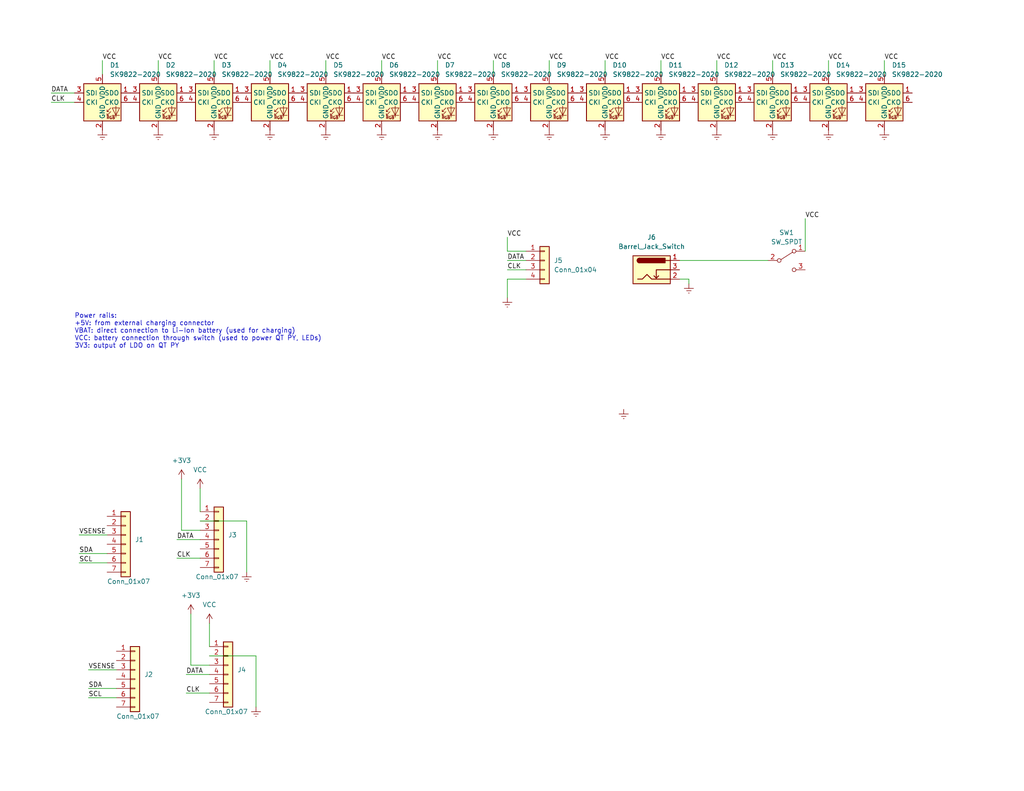
<source format=kicad_sch>
(kicad_sch (version 20211123) (generator eeschema)
  (paper "USLetter")
  (lib_symbols
    (symbol "Connector:Barrel_Jack_Switch" (pin_names hide)
      (property "Reference" "J" (at 0 5.334 0))
      (property "Value" "Barrel_Jack_Switch" (at 0 -5.08 0))
      (symbol "Barrel_Jack_Switch_0_1"
        (rectangle (start -5.08 3.81) (end 5.08 -3.81) (stroke (width 0.254)) (fill (type background)))
        (arc (start -3.302 3.175) (mid -3.937 2.54) (end -3.302 1.905) (stroke (width 0.254)))
        (arc (start -3.302 3.175) (mid -3.937 2.54) (end -3.302 1.905) (stroke (width 0.254)) (fill (type outline)))
        (polyline (pts (xy 1.27 -2.286) (xy 1.905 -1.651)) (stroke (width 0.254)))
        (polyline (pts (xy 5.08 2.54) (xy 3.81 2.54)) (stroke (width 0.254)))
        (polyline (pts (xy 5.08 0) (xy 1.27 0) (xy 1.27 -2.286) (xy 0.635 -1.651)) (stroke (width 0.254)))
        (polyline (pts (xy -3.81 -2.54) (xy -2.54 -2.54) (xy -1.27 -1.27) (xy 0 -2.54) (xy 2.54 -2.54) (xy 5.08 -2.54)) (stroke (width 0.254)))
        (rectangle (start 3.683 3.175) (end -3.302 1.905) (stroke (width 0.254)) (fill (type outline)))
      )
      (symbol "Barrel_Jack_Switch_1_1"
        (pin passive line (at 7.62 2.54 180) (length 2.54) (name "~") (number "1"))
        (pin passive line (at 7.62 -2.54 180) (length 2.54) (name "~") (number "2"))
        (pin passive line (at 7.62 0 180) (length 2.54) (name "~") (number "3"))
      )
    )
    (symbol "Connector_Generic:Conn_01x04" (pin_names (offset 1.016) hide)
      (property "Reference" "J" (at 0 5.08 0))
      (property "Value" "Conn_01x04" (at 0 -7.62 0))
      (symbol "Conn_01x04_1_1"
        (rectangle (start -1.27 -4.953) (end 0 -5.207) (stroke (width 0.1524)))
        (rectangle (start -1.27 -2.413) (end 0 -2.667) (stroke (width 0.1524)))
        (rectangle (start -1.27 0.127) (end 0 -0.127) (stroke (width 0.1524)))
        (rectangle (start -1.27 2.667) (end 0 2.413) (stroke (width 0.1524)))
        (rectangle (start -1.27 3.81) (end 1.27 -6.35) (stroke (width 0.254)) (fill (type background)))
        (pin passive line (at -5.08 2.54 0) (length 3.81) (name "Pin_1") (number "1"))
        (pin passive line (at -5.08 0 0) (length 3.81) (name "Pin_2") (number "2"))
        (pin passive line (at -5.08 -2.54 0) (length 3.81) (name "Pin_3") (number "3"))
        (pin passive line (at -5.08 -5.08 0) (length 3.81) (name "Pin_4") (number "4"))
      )
    )
    (symbol "Connector_Generic:Conn_01x07" (pin_names (offset 1.016) hide)
      (property "Reference" "J" (at 0 10.16 0))
      (property "Value" "Conn_01x07" (at 0 -10.16 0))
      (symbol "Conn_01x07_1_1"
        (rectangle (start -1.27 -7.493) (end 0 -7.747) (stroke (width 0.1524)))
        (rectangle (start -1.27 -4.953) (end 0 -5.207) (stroke (width 0.1524)))
        (rectangle (start -1.27 -2.413) (end 0 -2.667) (stroke (width 0.1524)))
        (rectangle (start -1.27 0.127) (end 0 -0.127) (stroke (width 0.1524)))
        (rectangle (start -1.27 2.667) (end 0 2.413) (stroke (width 0.1524)))
        (rectangle (start -1.27 5.207) (end 0 4.953) (stroke (width 0.1524)))
        (rectangle (start -1.27 7.747) (end 0 7.493) (stroke (width 0.1524)))
        (rectangle (start -1.27 8.89) (end 1.27 -8.89) (stroke (width 0.254)) (fill (type background)))
        (pin passive line (at -5.08 7.62 0) (length 3.81) (name "Pin_1") (number "1"))
        (pin passive line (at -5.08 5.08 0) (length 3.81) (name "Pin_2") (number "2"))
        (pin passive line (at -5.08 2.54 0) (length 3.81) (name "Pin_3") (number "3"))
        (pin passive line (at -5.08 0 0) (length 3.81) (name "Pin_4") (number "4"))
        (pin passive line (at -5.08 -2.54 0) (length 3.81) (name "Pin_5") (number "5"))
        (pin passive line (at -5.08 -5.08 0) (length 3.81) (name "Pin_6") (number "6"))
        (pin passive line (at -5.08 -7.62 0) (length 3.81) (name "Pin_7") (number "7"))
      )
    )
    (symbol "Switch:SW_SPDT" (pin_names (offset 0) hide)
      (property "Reference" "SW" (at 0 4.318 0))
      (property "Value" "SW_SPDT" (at 0 -5.08 0))
      (symbol "SW_SPDT_0_0"
        (circle (center -2.032 0) (radius 0.508))
        (circle (center 2.032 -2.54) (radius 0.508))
      )
      (symbol "SW_SPDT_0_1"
        (polyline (pts (xy -1.524 0.254) (xy 1.651 2.286)))
        (circle (center 2.032 2.54) (radius 0.508))
      )
      (symbol "SW_SPDT_1_1"
        (pin passive line (at 5.08 2.54 180) (length 2.54) (name "A") (number "1"))
        (pin passive line (at -5.08 0 0) (length 2.54) (name "B") (number "2"))
        (pin passive line (at 5.08 -2.54 180) (length 2.54) (name "C") (number "3"))
      )
    )
    (symbol "power:+3V3" (power) (pin_names (offset 0))
      (property "Value" "+3V3" (at 0 3.556 0))
      (symbol "+3V3_0_1"
        (polyline (pts (xy -0.762 1.27) (xy 0 2.54)))
        (polyline (pts (xy 0 0) (xy 0 2.54)))
        (polyline (pts (xy 0 2.54) (xy 0.762 1.27)))
      )
      (symbol "+3V3_1_1"
        (pin power_in line (at 0 0 90) (length 0) hide (name "+3V3") (number "1"))
      )
    )
    (symbol "power:GNDREF" (power) (pin_names (offset 0))
      (property "Value" "GNDREF" (at 0 -3.81 0))
      (symbol "GNDREF_0_1"
        (polyline (pts (xy -0.635 -1.905) (xy 0.635 -1.905)))
        (polyline (pts (xy -0.127 -2.54) (xy 0.127 -2.54)))
        (polyline (pts (xy 0 -1.27) (xy 0 0)))
        (polyline (pts (xy 1.27 -1.27) (xy -1.27 -1.27)))
      )
      (symbol "GNDREF_1_1"
        (pin power_in line (at 0 0 270) (length 0) hide (name "GNDREF") (number "1"))
      )
    )
    (symbol "power:VCC" (power) (pin_names (offset 0))
      (property "Value" "VCC" (at 0 3.81 0))
      (symbol "VCC_0_1"
        (polyline (pts (xy -0.762 1.27) (xy 0 2.54)))
        (polyline (pts (xy 0 0) (xy 0 2.54)))
        (polyline (pts (xy 0 2.54) (xy 0.762 1.27)))
      )
      (symbol "VCC_1_1"
        (pin power_in line (at 0 0 90) (length 0) hide (name "VCC") (number "1"))
      )
    )
    (symbol "shurik-personal:SK9822-2020"
      (property "Reference" "D" (at 5.08 5.715 0))
      (property "Value" "SK9822-2020" (at 1.27 -5.715 0))
      (symbol "SK9822-2020_0_0"
        (text "RGB" (at 2.286 -4.191 0) (effects (font (size 0.762 0.762))))
      )
      (symbol "SK9822-2020_0_1"
        (polyline (pts (xy 1.27 -3.556) (xy 1.778 -3.556)))
        (polyline (pts (xy 1.27 -2.54) (xy 1.778 -2.54)))
        (polyline (pts (xy 4.699 -3.556) (xy 2.667 -3.556)))
        (polyline (pts (xy 2.286 -2.54) (xy 1.27 -3.556) (xy 1.27 -3.048)))
        (polyline (pts (xy 2.286 -1.524) (xy 1.27 -2.54) (xy 1.27 -2.032)))
        (polyline (pts (xy 3.683 -1.016) (xy 3.683 -3.556) (xy 3.683 -4.064)))
        (polyline (pts (xy 4.699 -1.524) (xy 2.667 -1.524) (xy 3.683 -3.556) (xy 4.699 -1.524)))
        (rectangle (start 5.08 5.08) (end -5.08 -5.08) (stroke (width 0.254)) (fill (type background)))
      )
      (symbol "SK9822-2020_1_1"
        (pin output line (at 7.62 2.54 180) (length 2.54) (name "SDO") (number "1"))
        (pin power_in line (at 0 -7.62 90) (length 2.54) (name "GND") (number "2"))
        (pin input line (at -7.62 2.54 0) (length 2.54) (name "SDI") (number "3"))
        (pin input line (at -7.62 0 0) (length 2.54) (name "CKI") (number "4"))
        (pin power_in line (at 0 7.62 270) (length 2.54) (name "VDD") (number "5"))
        (pin output line (at 7.62 0 180) (length 2.54) (name "CKO") (number "6"))
      )
    )
  )
  (wire (pts (xy 88.9 16.51) (xy 88.9 20.32)))
  (wire (pts (xy 24.13 190.5) (xy 31.75 190.5)))
  (wire (pts (xy 48.26 147.32) (xy 54.61 147.32)))
  (wire (pts (xy 134.62 16.51) (xy 134.62 20.32)))
  (wire (pts (xy 195.58 16.51) (xy 195.58 20.32)))
  (wire (pts (xy 50.8 184.15) (xy 57.15 184.15)))
  (wire (pts (xy 21.59 153.67) (xy 29.21 153.67)))
  (wire (pts (xy 24.13 187.96) (xy 31.75 187.96)))
  (wire (pts (xy 50.8 189.23) (xy 57.15 189.23)))
  (wire (pts (xy 54.61 133.35) (xy 54.61 139.7)))
  (wire (pts (xy 57.15 170.18) (xy 57.15 176.53)))
  (wire (pts (xy 27.94 16.51) (xy 27.94 20.32)))
  (wire (pts (xy 58.42 16.51) (xy 58.42 20.32)))
  (wire (pts (xy 219.71 59.69) (xy 219.71 68.58)))
  (wire (pts (xy 13.97 25.4) (xy 20.32 25.4)))
  (wire (pts (xy 21.59 151.13) (xy 29.21 151.13)))
  (wire (pts (xy 180.34 16.51) (xy 180.34 20.32)))
  (wire (pts (xy 49.53 130.81) (xy 49.53 144.78)))
  (wire (pts (xy 226.06 16.51) (xy 226.06 20.32)))
  (wire (pts (xy 143.51 76.2) (xy 138.43 76.2)))
  (wire (pts (xy 185.42 76.2) (xy 187.96 76.2)))
  (wire (pts (xy 138.43 64.77) (xy 138.43 68.58)))
  (wire (pts (xy 138.43 71.12) (xy 143.51 71.12)))
  (wire (pts (xy 138.43 76.2) (xy 138.43 81.28)))
  (wire (pts (xy 104.14 16.51) (xy 104.14 20.32)))
  (wire (pts (xy 29.21 146.05) (xy 21.59 146.05)))
  (wire (pts (xy 143.51 68.58) (xy 138.43 68.58)))
  (wire (pts (xy 13.97 27.94) (xy 20.32 27.94)))
  (wire (pts (xy 57.15 179.07) (xy 69.85 179.07)))
  (wire (pts (xy 52.07 167.64) (xy 52.07 181.61)))
  (wire (pts (xy 73.66 16.51) (xy 73.66 20.32)))
  (wire (pts (xy 69.85 179.07) (xy 69.85 193.04)))
  (wire (pts (xy 67.31 142.24) (xy 67.31 156.21)))
  (wire (pts (xy 48.26 152.4) (xy 54.61 152.4)))
  (wire (pts (xy 149.86 16.51) (xy 149.86 20.32)))
  (wire (pts (xy 31.75 182.88) (xy 24.13 182.88)))
  (wire (pts (xy 165.1 16.51) (xy 165.1 20.32)))
  (wire (pts (xy 119.38 16.51) (xy 119.38 20.32)))
  (wire (pts (xy 185.42 71.12) (xy 209.55 71.12)))
  (wire (pts (xy 241.3 16.51) (xy 241.3 20.32)))
  (wire (pts (xy 57.15 181.61) (xy 52.07 181.61)))
  (wire (pts (xy 43.18 16.51) (xy 43.18 20.32)))
  (wire (pts (xy 54.61 144.78) (xy 49.53 144.78)))
  (wire (pts (xy 54.61 142.24) (xy 67.31 142.24)))
  (wire (pts (xy 138.43 73.66) (xy 143.51 73.66)))
  (wire (pts (xy 210.82 16.51) (xy 210.82 20.32)))
  (wire (pts (xy 187.96 76.2) (xy 187.96 77.47)))
  (text "Power rails:\n+5V: from external charging connector\nVBAT: direct connection to Li-Ion battery (used for charging)\nVCC: battery connection through switch (used to power QT PY, LEDs)\n3V3: output of LDO on QT PY" (at 20.32 95.25 0) (effects (font (size 1.27 1.27)) (justify left bottom)))
  (label "VCC" (at 119.38 16.51 0))
  (label "VSENSE" (at 24.13 182.88 0))
  (label "VCC" (at 195.58 16.51 0))
  (label "VCC" (at 88.9 16.51 0))
  (label "VCC" (at 104.14 16.51 0))
  (label "DATA" (at 13.97 25.4 0))
  (label "VCC" (at 241.3 16.51 0))
  (label "VCC" (at 58.42 16.51 0))
  (label "VCC" (at 134.62 16.51 0))
  (label "VCC" (at 73.66 16.51 0))
  (label "CLK" (at 48.26 152.4 0))
  (label "DATA" (at 48.26 147.32 0))
  (label "CLK" (at 138.43 73.66 0))
  (label "VCC" (at 149.86 16.51 0))
  (label "VCC" (at 138.43 64.77 0))
  (label "DATA" (at 138.43 71.12 0))
  (label "VCC" (at 165.1 16.51 0))
  (label "VSENSE" (at 21.59 146.05 0))
  (label "VCC" (at 43.18 16.51 0))
  (label "SCL" (at 21.59 153.67 0))
  (label "CLK" (at 50.8 189.23 0))
  (label "SDA" (at 21.59 151.13 0))
  (label "CLK" (at 13.97 27.94 0))
  (label "DATA" (at 50.8 184.15 0))
  (label "SCL" (at 24.13 190.5 0))
  (label "VCC" (at 226.06 16.51 0))
  (label "VCC" (at 27.94 16.51 0))
  (label "VCC" (at 210.82 16.51 0))
  (label "SDA" (at 24.13 187.96 0))
  (label "VCC" (at 180.34 16.51 0))
  (label "VCC" (at 219.71 59.69 0))
  (symbol (lib_id "power:GNDREF") (at 165.1 35.56 0) (unit 1)
    (property "Reference" "#PWR016" (effects hide))
    (property "Value" "GNDREF" (effects hide))
  )
  (symbol (lib_id "shurik-personal:SK9822-2020") (at 134.62 27.94 0) (unit 1)
    (property "Reference" "D8" (at 136.6394 17.78 0) (effects (justify left)))
    (property "Value" "SK9822-2020" (at 136.6394 20.32 0) (effects (justify left)))
    (property "Footprint" "Shurik:LED-SK9822-2020" (effects hide))
    (property "Datasheet" "https://datasheet.lcsc.com/lcsc/2110250930_OPSCO-Optoelectronics-SK9822-EC20_C2909059.pdf" (effects hide))
  )
  (symbol (lib_id "Connector:Barrel_Jack_Switch") (at 177.8 73.66 0) (unit 1)
    (property "Reference" "J6" (at 177.8 64.77 0))
    (property "Value" "Barrel_Jack_Switch" (at 177.8 67.31 0))
    (property "Footprint" "Connector_BarrelJack:BarrelJack_GCT_DCJ200-10-A_Horizontal" (effects hide))
  )
  (symbol (lib_id "power:GNDREF") (at 187.96 77.47 0) (unit 1)
    (property "Reference" "#PWR019" (effects hide))
    (property "Value" "GNDREF" (effects hide))
  )
  (symbol (lib_id "power:GNDREF") (at 149.86 35.56 0) (unit 1)
    (property "Reference" "#PWR015" (effects hide))
    (property "Value" "GNDREF" (effects hide))
  )
  (symbol (lib_id "power:GNDREF") (at 180.34 35.56 0) (unit 1)
    (property "Reference" "#PWR018" (effects hide))
    (property "Value" "GNDREF" (effects hide))
  )
  (symbol (lib_id "Connector_Generic:Conn_01x07") (at 34.29 148.59 0) (unit 1)
    (property "Reference" "J1" (at 36.83 147.3199 0) (effects (justify left)))
    (property "Value" "Conn_01x07" (at 29.21 158.75 0) (effects (justify left)))
    (property "Footprint" "shurik-personal:PogoPinHeader_1x07_P2.54mm_Vertical" (effects hide))
  )
  (symbol (lib_id "Switch:SW_SPDT") (at 214.63 71.12 0) (unit 1)
    (property "Reference" "SW1" (at 214.63 63.5 0))
    (property "Value" "SW_SPDT" (at 214.63 66.04 0))
    (property "Footprint" "Shurik:SW_XKB_SS12D10L3" (effects hide))
  )
  (symbol (lib_id "power:+3V3") (at 49.53 130.81 0) (unit 1)
    (property "Reference" "#PWR03" (effects hide))
    (property "Value" "+3V3" (at 49.53 125.73 0))
  )
  (symbol (lib_id "shurik-personal:SK9822-2020") (at 119.38 27.94 0) (unit 1)
    (property "Reference" "D7" (at 121.3994 17.78 0) (effects (justify left)))
    (property "Value" "SK9822-2020" (at 121.3994 20.32 0) (effects (justify left)))
    (property "Footprint" "Shurik:LED-SK9822-2020" (effects hide))
    (property "Datasheet" "https://datasheet.lcsc.com/lcsc/2110250930_OPSCO-Optoelectronics-SK9822-EC20_C2909059.pdf" (effects hide))
  )
  (symbol (lib_id "power:GNDREF") (at 73.66 35.56 0) (unit 1)
    (property "Reference" "#PWR010" (effects hide))
    (property "Value" "GNDREF" (effects hide))
  )
  (symbol (lib_id "power:VCC") (at 54.61 133.35 0) (unit 1)
    (property "Reference" "#PWR05" (effects hide))
    (property "Value" "VCC" (at 54.61 128.27 0))
  )
  (symbol (lib_id "shurik-personal:SK9822-2020") (at 195.58 27.94 0) (unit 1)
    (property "Reference" "D12" (at 197.5994 17.78 0) (effects (justify left)))
    (property "Value" "SK9822-2020" (at 197.5994 20.32 0) (effects (justify left)))
    (property "Footprint" "Shurik:LED-SK9822-2020" (effects hide))
    (property "Datasheet" "https://datasheet.lcsc.com/lcsc/2110250930_OPSCO-Optoelectronics-SK9822-EC20_C2909059.pdf" (effects hide))
  )
  (symbol (lib_id "power:GNDREF") (at 88.9 35.56 0) (unit 1)
    (property "Reference" "#PWR011" (effects hide))
    (property "Value" "GNDREF" (effects hide))
  )
  (symbol (lib_id "power:VCC") (at 57.15 170.18 0) (unit 1)
    (property "Reference" "#PWR06" (effects hide))
    (property "Value" "VCC" (at 57.15 165.1 0))
  )
  (symbol (lib_id "shurik-personal:SK9822-2020") (at 226.06 27.94 0) (unit 1)
    (property "Reference" "D14" (at 228.0794 17.78 0) (effects (justify left)))
    (property "Value" "SK9822-2020" (at 228.0794 20.32 0) (effects (justify left)))
    (property "Footprint" "Shurik:LED-SK9822-2020" (effects hide))
    (property "Datasheet" "https://datasheet.lcsc.com/lcsc/2110250930_OPSCO-Optoelectronics-SK9822-EC20_C2909059.pdf" (effects hide))
  )
  (symbol (lib_id "shurik-personal:SK9822-2020") (at 88.9 27.94 0) (unit 1)
    (property "Reference" "D5" (at 90.9194 17.78 0) (effects (justify left)))
    (property "Value" "SK9822-2020" (at 90.9194 20.32 0) (effects (justify left)))
    (property "Footprint" "Shurik:LED-SK9822-2020" (effects hide))
    (property "Datasheet" "https://datasheet.lcsc.com/lcsc/2110250930_OPSCO-Optoelectronics-SK9822-EC20_C2909059.pdf" (effects hide))
  )
  (symbol (lib_id "power:GNDREF") (at 58.42 35.56 0) (unit 1)
    (property "Reference" "#PWR07" (effects hide))
    (property "Value" "GNDREF" (effects hide))
  )
  (symbol (lib_id "power:GNDREF") (at 210.82 35.56 0) (unit 1)
    (property "Reference" "#PWR021" (effects hide))
    (property "Value" "GNDREF" (effects hide))
  )
  (symbol (lib_id "shurik-personal:SK9822-2020") (at 73.66 27.94 0) (unit 1)
    (property "Reference" "D4" (at 75.6794 17.78 0) (effects (justify left)))
    (property "Value" "SK9822-2020" (at 75.6794 20.32 0) (effects (justify left)))
    (property "Footprint" "Shurik:LED-SK9822-2020" (effects hide))
    (property "Datasheet" "https://datasheet.lcsc.com/lcsc/2110250930_OPSCO-Optoelectronics-SK9822-EC20_C2909059.pdf" (effects hide))
  )
  (symbol (lib_id "power:GNDREF") (at 134.62 35.56 0) (unit 1)
    (property "Reference" "#PWR014" (effects hide))
    (property "Value" "GNDREF" (effects hide))
  )
  (symbol (lib_id "power:GNDREF") (at 119.38 35.56 0) (unit 1)
    (property "Reference" "#PWR013" (effects hide))
    (property "Value" "GNDREF" (effects hide))
  )
  (symbol (lib_id "power:GNDREF") (at 195.58 35.56 0) (unit 1)
    (property "Reference" "#PWR020" (effects hide))
    (property "Value" "GNDREF" (effects hide))
  )
  (symbol (lib_id "shurik-personal:SK9822-2020") (at 149.86 27.94 0) (unit 1)
    (property "Reference" "D9" (at 151.8794 17.78 0) (effects (justify left)))
    (property "Value" "SK9822-2020" (at 151.8794 20.32 0) (effects (justify left)))
    (property "Footprint" "Shurik:LED-SK9822-2020" (effects hide))
    (property "Datasheet" "https://datasheet.lcsc.com/lcsc/2110250930_OPSCO-Optoelectronics-SK9822-EC20_C2909059.pdf" (effects hide))
  )
  (symbol (lib_id "power:GNDREF") (at 138.43 81.28 0) (unit 1)
    (property "Reference" "#PWR0101" (effects hide))
    (property "Value" "GNDREF" (effects hide))
  )
  (symbol (lib_id "power:GNDREF") (at 170.18 111.76 0) (unit 1)
    (property "Reference" "#PWR017" (effects hide))
    (property "Value" "GNDREF" (effects hide))
  )
  (symbol (lib_id "shurik-personal:SK9822-2020") (at 210.82 27.94 0) (unit 1)
    (property "Reference" "D13" (at 212.8394 17.78 0) (effects (justify left)))
    (property "Value" "SK9822-2020" (at 212.8394 20.32 0) (effects (justify left)))
    (property "Footprint" "Shurik:LED-SK9822-2020" (effects hide))
    (property "Datasheet" "https://datasheet.lcsc.com/lcsc/2110250930_OPSCO-Optoelectronics-SK9822-EC20_C2909059.pdf" (effects hide))
  )
  (symbol (lib_id "power:GNDREF") (at 67.31 156.21 0) (unit 1)
    (property "Reference" "#PWR08" (effects hide))
    (property "Value" "GNDREF" (effects hide))
  )
  (symbol (lib_id "power:+3V3") (at 52.07 167.64 0) (unit 1)
    (property "Reference" "#PWR04" (effects hide))
    (property "Value" "+3V3" (at 52.07 162.56 0))
  )
  (symbol (lib_id "power:GNDREF") (at 43.18 35.56 0) (unit 1)
    (property "Reference" "#PWR02" (effects hide))
    (property "Value" "GNDREF" (effects hide))
  )
  (symbol (lib_id "power:GNDREF") (at 69.85 193.04 0) (unit 1)
    (property "Reference" "#PWR09" (effects hide))
    (property "Value" "GNDREF" (effects hide))
  )
  (symbol (lib_id "Connector_Generic:Conn_01x07") (at 62.23 184.15 0) (unit 1)
    (property "Reference" "J4" (at 64.77 182.8799 0) (effects (justify left)))
    (property "Value" "Conn_01x07" (at 55.88 194.31 0) (effects (justify left)))
    (property "Footprint" "shurik-personal:PogoPinHeader_1x07_P2.54mm_Vertical" (effects hide))
  )
  (symbol (lib_id "power:GNDREF") (at 104.14 35.56 0) (unit 1)
    (property "Reference" "#PWR012" (effects hide))
    (property "Value" "GNDREF" (effects hide))
  )
  (symbol (lib_id "Connector_Generic:Conn_01x04") (at 148.59 71.12 0) (unit 1)
    (property "Reference" "J5" (at 151.13 71.1199 0) (effects (justify left)))
    (property "Value" "Conn_01x04" (at 151.13 73.6599 0) (effects (justify left)))
    (property "Footprint" "shurik-personal:connector-4p-large-nosilk" (effects hide))
  )
  (symbol (lib_id "power:GNDREF") (at 27.94 35.56 0) (unit 1)
    (property "Reference" "#PWR01" (effects hide))
    (property "Value" "GNDREF" (effects hide))
  )
  (symbol (lib_id "Connector_Generic:Conn_01x07") (at 59.69 147.32 0) (unit 1)
    (property "Reference" "J3" (at 62.23 146.0499 0) (effects (justify left)))
    (property "Value" "Conn_01x07" (at 53.34 157.48 0) (effects (justify left)))
    (property "Footprint" "shurik-personal:PogoPinHeader_1x07_P2.54mm_Vertical" (effects hide))
  )
  (symbol (lib_id "power:GNDREF") (at 241.3 35.56 0) (unit 1)
    (property "Reference" "#PWR023" (effects hide))
    (property "Value" "GNDREF" (effects hide))
  )
  (symbol (lib_id "shurik-personal:SK9822-2020") (at 43.18 27.94 0) (unit 1)
    (property "Reference" "D2" (at 45.1994 17.78 0) (effects (justify left)))
    (property "Value" "SK9822-2020" (at 45.1994 20.32 0) (effects (justify left)))
    (property "Footprint" "Shurik:LED-SK9822-2020" (effects hide))
    (property "Datasheet" "https://datasheet.lcsc.com/lcsc/2110250930_OPSCO-Optoelectronics-SK9822-EC20_C2909059.pdf" (effects hide))
  )
  (symbol (lib_id "power:GNDREF") (at 226.06 35.56 0) (unit 1)
    (property "Reference" "#PWR022" (effects hide))
    (property "Value" "GNDREF" (effects hide))
  )
  (symbol (lib_id "Connector_Generic:Conn_01x07") (at 36.83 185.42 0) (unit 1)
    (property "Reference" "J2" (at 39.37 184.1499 0) (effects (justify left)))
    (property "Value" "Conn_01x07" (at 31.75 195.58 0) (effects (justify left)))
    (property "Footprint" "shurik-personal:PogoPinHeader_1x07_P2.54mm_Vertical" (effects hide))
  )
  (symbol (lib_id "shurik-personal:SK9822-2020") (at 27.94 27.94 0) (unit 1)
    (property "Reference" "D1" (at 29.9594 17.78 0) (effects (justify left)))
    (property "Value" "SK9822-2020" (at 29.9594 20.32 0) (effects (justify left)))
    (property "Footprint" "Shurik:LED-SK9822-2020" (effects hide))
    (property "Datasheet" "https://datasheet.lcsc.com/lcsc/2110250930_OPSCO-Optoelectronics-SK9822-EC20_C2909059.pdf" (effects hide))
  )
  (symbol (lib_id "shurik-personal:SK9822-2020") (at 58.42 27.94 0) (unit 1)
    (property "Reference" "D3" (at 60.4394 17.78 0) (effects (justify left)))
    (property "Value" "SK9822-2020" (at 60.4394 20.32 0) (effects (justify left)))
    (property "Footprint" "Shurik:LED-SK9822-2020" (effects hide))
    (property "Datasheet" "https://datasheet.lcsc.com/lcsc/2110250930_OPSCO-Optoelectronics-SK9822-EC20_C2909059.pdf" (effects hide))
  )
  (symbol (lib_id "shurik-personal:SK9822-2020") (at 180.34 27.94 0) (unit 1)
    (property "Reference" "D11" (at 182.3594 17.78 0) (effects (justify left)))
    (property "Value" "SK9822-2020" (at 182.3594 20.32 0) (effects (justify left)))
    (property "Footprint" "Shurik:LED-SK9822-2020" (effects hide))
    (property "Datasheet" "https://datasheet.lcsc.com/lcsc/2110250930_OPSCO-Optoelectronics-SK9822-EC20_C2909059.pdf" (effects hide))
  )
  (symbol (lib_id "shurik-personal:SK9822-2020") (at 104.14 27.94 0) (unit 1)
    (property "Reference" "D6" (at 106.1594 17.78 0) (effects (justify left)))
    (property "Value" "SK9822-2020" (at 106.1594 20.32 0) (effects (justify left)))
    (property "Footprint" "Shurik:LED-SK9822-2020" (effects hide))
    (property "Datasheet" "https://datasheet.lcsc.com/lcsc/2110250930_OPSCO-Optoelectronics-SK9822-EC20_C2909059.pdf" (effects hide))
  )
  (symbol (lib_id "shurik-personal:SK9822-2020") (at 165.1 27.94 0) (unit 1)
    (property "Reference" "D10" (at 167.1194 17.78 0) (effects (justify left)))
    (property "Value" "SK9822-2020" (at 167.1194 20.32 0) (effects (justify left)))
    (property "Footprint" "Shurik:LED-SK9822-2020" (effects hide))
    (property "Datasheet" "https://datasheet.lcsc.com/lcsc/2110250930_OPSCO-Optoelectronics-SK9822-EC20_C2909059.pdf" (effects hide))
  )
  (symbol (lib_id "shurik-personal:SK9822-2020") (at 241.3 27.94 0) (unit 1)
    (property "Reference" "D15" (at 243.3194 17.78 0) (effects (justify left)))
    (property "Value" "SK9822-2020" (at 243.3194 20.32 0) (effects (justify left)))
    (property "Footprint" "Shurik:LED-SK9822-2020" (effects hide))
    (property "Datasheet" "https://datasheet.lcsc.com/lcsc/2110250930_OPSCO-Optoelectronics-SK9822-EC20_C2909059.pdf" (effects hide))
  )
)
</source>
